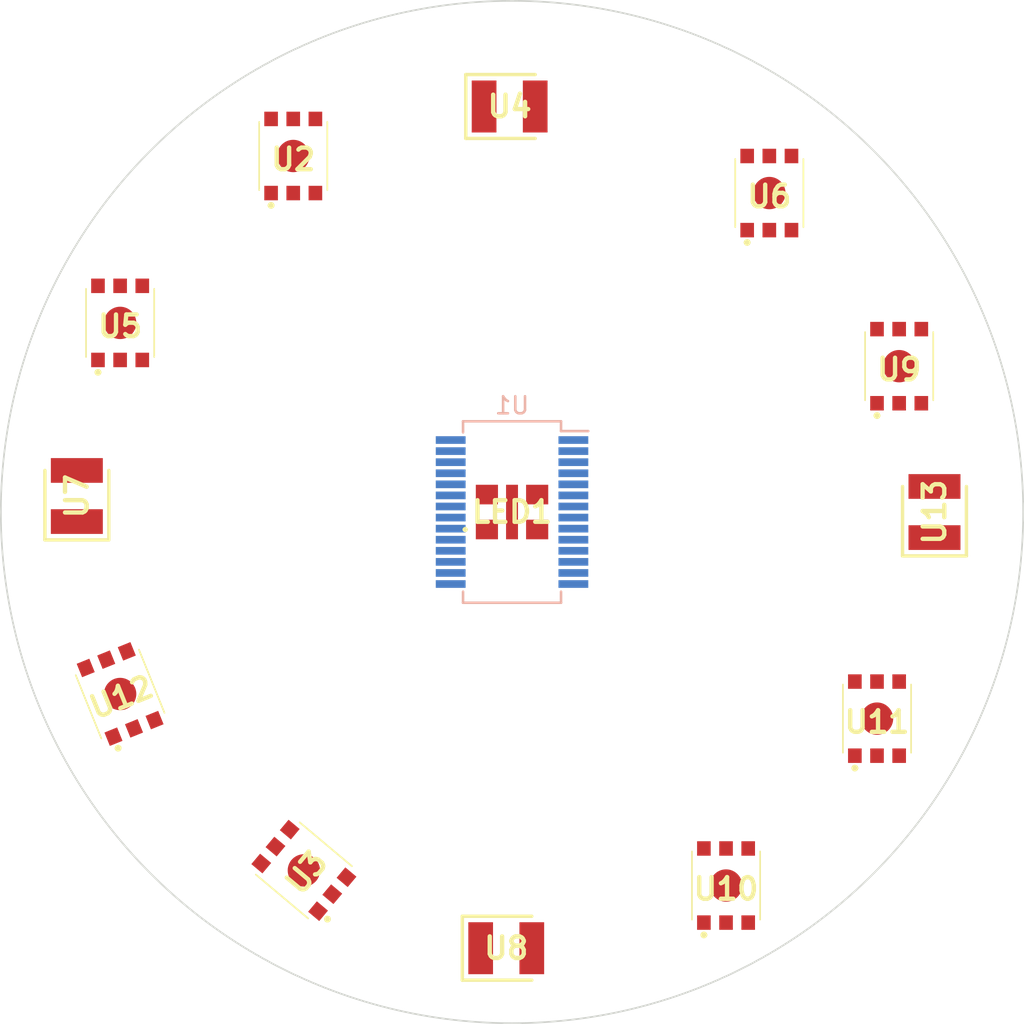
<source format=kicad_pcb>
(kicad_pcb (version 20211014) (generator pcbnew)
  (layers (0 "F.Cu" signal) (31 "B.Cu" signal) (34 "B.Paste" user) (35 "F.Paste" user) (36 "B.SilkS" user "B.Silkscreen") (37 "F.SilkS" user "F.Silkscreen") (38 "B.Mask" user) (39 "F.Mask" user) (44 "Edge.Cuts" user))
  (net 0 "")
  (net 10 "GND")
  (net 11 "Net-(U2-Pad4)")
  (net 12 "Net-(U2-Pad5)")
  (net 13 "Net-(U2-Pad6)")
  (net 14 "Net-(U4-Pad1)")
  (net 15 "Net-(U9-Pad4)")
  (net 16 "Net-(U9-Pad5)")
  (net 17 "Net-(U9-Pad6)")
  (net 18 "Net-(U10-Pad1)")
  (net 19 "Net-(U10-Pad2)")
  (net 20 "Net-(U12-Pad4)")
  (net 22 "/LED Array/White A")
  (net 23 "/LED Array/Blue A")
  (net 24 "/LED Array/Green A")
  (net 25 "/LED Array/Red A")
  (net 26 "/LED Array/UV A")
  (net 39 "Net-(U3-Pad1)")
  (net 40 "Net-(U3-Pad2)")
  (net 41 "Net-(U3-Pad3)")
  (net 43 "Net-(U13-Pad1)")
  (footprint "SamacSys_Parts:LEDC3228X190M" (layer "F.Cu") (at 149.86 76.2)
    (fp_text reference "U4" (at 0 0) (layer "F.SilkS") (effects (font (size 1.27 1.27) (thickness 0.254))))
    (fp_text value "VLMU3100-GS08" hide)
    (fp_line (start -2.575 -1.875) (end -2.575 1.875) (layer "F.SilkS") (width 0.2))
    (fp_line (start 1.5 -1.875) (end -2.575 -1.875) (layer "F.SilkS") (width 0.2))
    (fp_line (start -2.575 1.875) (end 1.5 1.875) (layer "F.SilkS") (width 0.2))
    (pad "1" smd rect locked (at -1.5 0) (size 1.45 3.05) (layers "F.Cu" "F.Paste" "F.Mask") (net 14 "Net-(U4-Pad1)"))
    (pad "2" smd rect locked (at 1.5 0) (size 1.45 3.05) (layers "F.Cu" "F.Paste" "F.Mask") (net 26 "/LED Array/UV A"))
  )
  (footprint "SamacSys_Parts:ASMGPT0000001" (layer "F.Cu") (at 162.56 121.92)
    (fp_text reference "U10" (at 0 0.2) (layer "F.SilkS") (effects (font (size 1.27 1.27) (thickness 0.254))))
    (fp_text value "ASMG-PT00-00001" hide)
    (fp_line (start -1.2 2.9) (end -1.2 2.9) (layer "F.SilkS") (width 0.2))
    (fp_line (start -2 -2) (end -2 2) (layer "F.SilkS") (width 0.1))
    (fp_line (start 2 -2) (end 2 2) (layer "F.SilkS") (width 0.1))
    (fp_line (start -1.4 2.9) (end -1.4 2.9) (layer "F.SilkS") (width 0.2))
    (fp_arc (start -1.2 2.9) (mid -1.3 3) (end -1.4 2.9) (layer "F.SilkS") (width 0.2))
    (fp_arc (start -1.4 2.9) (mid -1.3 2.8) (end -1.2 2.9) (layer "F.SilkS") (width 0.2))
    (pad "1" smd rect locked (at -1.3 2.175) (size 0.8 0.85) (layers "F.Cu" "F.Paste" "F.Mask") (net 18 "Net-(U10-Pad1)"))
    (pad "2" smd rect locked (at 0 2.175) (size 0.8 0.85) (layers "F.Cu" "F.Paste" "F.Mask") (net 19 "Net-(U10-Pad2)"))
    (pad "3" smd rect locked (at 1.3 2.175) (size 0.8 0.85) (layers "F.Cu" "F.Paste" "F.Mask") (net 20 "Net-(U12-Pad4)"))
    (pad "4" smd rect locked (at 1.3 -2.175) (size 0.8 0.85) (layers "F.Cu" "F.Paste" "F.Mask") (net 10 "GND"))
    (pad "5" smd rect locked (at 0 -2.175) (size 0.8 0.85) (layers "F.Cu" "F.Paste" "F.Mask") (net 10 "GND"))
    (pad "6" smd rect locked (at -1.3 -2.175) (size 0.8 0.85) (layers "F.Cu" "F.Paste" "F.Mask") (net 10 "GND"))
    (pad "7" smd circle locked (at 0 0 90) (size 1.9 1.9) (layers "F.Cu" "F.Paste" "F.Mask") (net 10 "GND"))
  )
  (footprint "SamacSys_Parts:ASMGPT0000001" (layer "F.Cu") (at 137.784001 121.031179 50)
    (fp_text reference "U3" (at 0 0.2 50) (layer "F.SilkS") (effects (font (size 1.27 1.27) (thickness 0.254))))
    (fp_text value "ASMG-PT00-00001" hide)
    (fp_line (start -1.4 2.9) (end -1.4 2.9) (layer "F.SilkS") (width 0.2))
    (fp_line (start 2 -2) (end 2 2) (layer "F.SilkS") (width 0.1))
    (fp_line (start -1.2 2.9) (end -1.2 2.9) (layer "F.SilkS") (width 0.2))
    (fp_line (start -2 -2) (end -2 2) (layer "F.SilkS") (width 0.1))
    (fp_arc (start -1.4 2.9) (mid -1.3 2.8) (end -1.2 2.9) (layer "F.SilkS") (width 0.2))
    (fp_arc (start -1.2 2.9) (mid -1.3 3) (end -1.4 2.9) (layer "F.SilkS") (width 0.2))
    (pad "1" smd rect locked (at -1.3 2.175 50) (size 0.8 0.85) (layers "F.Cu" "F.Paste" "F.Mask") (net 39 "Net-(U3-Pad1)"))
    (pad "2" smd rect locked (at 0 2.175 50) (size 0.8 0.85) (layers "F.Cu" "F.Paste" "F.Mask") (net 40 "Net-(U3-Pad2)"))
    (pad "3" smd rect locked (at 1.3 2.175 50) (size 0.8 0.85) (layers "F.Cu" "F.Paste" "F.Mask") (net 41 "Net-(U3-Pad3)"))
    (pad "4" smd rect locked (at 1.3 -2.175 50) (size 0.8 0.85) (layers "F.Cu" "F.Paste" "F.Mask") (net 10 "GND"))
    (pad "5" smd rect locked (at 0 -2.175 50) (size 0.8 0.85) (layers "F.Cu" "F.Paste" "F.Mask") (net 10 "GND"))
    (pad "6" smd rect locked (at -1.3 -2.175 50) (size 0.8 0.85) (layers "F.Cu" "F.Paste" "F.Mask") (net 10 "GND"))
    (pad "7" smd circle locked (at 0 0 140) (size 1.9 1.9) (layers "F.Cu" "F.Paste" "F.Mask") (net 10 "GND"))
  )
  (footprint "SamacSys_Parts:LEDC3228X190M" (layer "F.Cu") (at 124.46 99.06 90)
    (fp_text reference "U7" (at 0 0 90) (layer "F.SilkS") (effects (font (size 1.27 1.27) (thickness 0.254))))
    (fp_text value "VLMU3100-GS08" hide)
    (fp_line (start -2.575 1.875) (end 1.5 1.875) (layer "F.SilkS") (width 0.2))
    (fp_line (start -2.575 -1.875) (end -2.575 1.875) (layer "F.SilkS") (width 0.2))
    (fp_line (start 1.5 -1.875) (end -2.575 -1.875) (layer "F.SilkS") (width 0.2))
    (pad "1" smd rect locked (at -1.5 0 90) (size 1.45 3.05) (layers "F.Cu" "F.Paste" "F.Mask") (net 10 "GND"))
    (pad "2" smd rect locked (at 1.5 0 90) (size 1.45 3.05) (layers "F.Cu" "F.Paste" "F.Mask") (net 14 "Net-(U4-Pad1)"))
  )
  (footprint "SamacSys_Parts:ASMGPT0000001" (layer "F.Cu") (at 137.16 79.105)
    (fp_text reference "U2" (at 0 0.2) (layer "F.SilkS") (effects (font (size 1.27 1.27) (thickness 0.254))))
    (fp_text value "ASMG-PT00-00001" hide)
    (fp_line (start 2 -2) (end 2 2) (layer "F.SilkS") (width 0.1))
    (fp_line (start -1.2 2.9) (end -1.2 2.9) (layer "F.SilkS") (width 0.2))
    (fp_line (start -1.4 2.9) (end -1.4 2.9) (layer "F.SilkS") (width 0.2))
    (fp_line (start -2 -2) (end -2 2) (layer "F.SilkS") (width 0.1))
    (fp_arc (start -1.2 2.9) (mid -1.3 3) (end -1.4 2.9) (layer "F.SilkS") (width 0.2))
    (fp_arc (start -1.4 2.9) (mid -1.3 2.8) (end -1.2 2.9) (layer "F.SilkS") (width 0.2))
    (pad "1" smd rect locked (at -1.3 2.175) (size 0.8 0.85) (layers "F.Cu" "F.Paste" "F.Mask") (net 25 "/LED Array/Red A"))
    (pad "2" smd rect locked (at 0 2.175) (size 0.8 0.85) (layers "F.Cu" "F.Paste" "F.Mask") (net 24 "/LED Array/Green A"))
    (pad "3" smd rect locked (at 1.3 2.175) (size 0.8 0.85) (layers "F.Cu" "F.Paste" "F.Mask") (net 23 "/LED Array/Blue A"))
    (pad "4" smd rect locked (at 1.3 -2.175) (size 0.8 0.85) (layers "F.Cu" "F.Paste" "F.Mask") (net 11 "Net-(U2-Pad4)"))
    (pad "5" smd rect locked (at 0 -2.175) (size 0.8 0.85) (layers "F.Cu" "F.Paste" "F.Mask") (net 12 "Net-(U2-Pad5)"))
    (pad "6" smd rect locked (at -1.3 -2.175) (size 0.8 0.85) (layers "F.Cu" "F.Paste" "F.Mask") (net 13 "Net-(U2-Pad6)"))
    (pad "7" smd circle locked (at 0 0 90) (size 1.9 1.9) (layers "F.Cu" "F.Paste" "F.Mask") (net 10 "GND"))
  )
  (footprint "SamacSys_Parts:ASMGPT0000001" (layer "F.Cu") (at 127 110.68 22)
    (fp_text reference "U12" (at 0 0.2 22) (layer "F.SilkS") (effects (font (size 1.27 1.27) (thickness 0.254))))
    (fp_text value "ASMG-PT00-00001" hide)
    (fp_line (start -2 -2) (end -2 2) (layer "F.SilkS") (width 0.1))
    (fp_line (start 2 -2) (end 2 2) (layer "F.SilkS") (width 0.1))
    (fp_line (start -1.4 2.9) (end -1.4 2.9) (layer "F.SilkS") (width 0.2))
    (fp_line (start -1.2 2.9) (end -1.2 2.9) (layer "F.SilkS") (width 0.2))
    (fp_arc (start -1.4 2.9) (mid -1.3 2.8) (end -1.2 2.9) (layer "F.SilkS") (width 0.2))
    (fp_arc (start -1.2 2.9) (mid -1.3 3) (end -1.4 2.9) (layer "F.SilkS") (width 0.2))
    (pad "1" smd rect locked (at -1.3 2.175 22) (size 0.8 0.85) (layers "F.Cu" "F.Paste" "F.Mask") (net 25 "/LED Array/Red A"))
    (pad "2" smd rect locked (at 0 2.175 22) (size 0.8 0.85) (layers "F.Cu" "F.Paste" "F.Mask") (net 24 "/LED Array/Green A"))
    (pad "3" smd rect locked (at 1.3 2.175 22) (size 0.8 0.85) (layers "F.Cu" "F.Paste" "F.Mask") (net 23 "/LED Array/Blue A"))
    (pad "4" smd rect locked (at 1.3 -2.175 22) (size 0.8 0.85) (layers "F.Cu" "F.Paste" "F.Mask") (net 20 "Net-(U12-Pad4)"))
    (pad "5" smd rect locked (at 0 -2.175 22) (size 0.8 0.85) (layers "F.Cu" "F.Paste" "F.Mask") (net 19 "Net-(U10-Pad2)"))
    (pad "6" smd rect locked (at -1.3 -2.175 22) (size 0.8 0.85) (layers "F.Cu" "F.Paste" "F.Mask") (net 18 "Net-(U10-Pad1)"))
    (pad "7" smd circle locked (at 0 0 112) (size 1.9 1.9) (layers "F.Cu" "F.Paste" "F.Mask"))
  )
  (footprint "SamacSys_Parts:ASMGPT0000001" (layer "F.Cu") (at 172.72 91.44)
    (fp_text reference "U9" (at 0 0.2) (layer "F.SilkS") (effects (font (size 1.27 1.27) (thickness 0.254))))
    (fp_text value "ASMG-PT00-00001" hide)
    (fp_line (start 2 -2) (end 2 2) (layer "F.SilkS") (width 0.1))
    (fp_line (start -1.2 2.9) (end -1.2 2.9) (layer "F.SilkS") (width 0.2))
    (fp_line (start -2 -2) (end -2 2) (layer "F.SilkS") (width 0.1))
    (fp_line (start -1.4 2.9) (end -1.4 2.9) (layer "F.SilkS") (width 0.2))
    (fp_arc (start -1.4 2.9) (mid -1.3 2.8) (end -1.2 2.9) (layer "F.SilkS") (width 0.2))
    (fp_arc (start -1.2 2.9) (mid -1.3 3) (end -1.4 2.9) (layer "F.SilkS") (width 0.2))
    (pad "1" smd rect locked (at -1.3 2.175) (size 0.8 0.85) (layers "F.Cu" "F.Paste" "F.Mask") (net 25 "/LED Array/Red A"))
    (pad "2" smd rect locked (at 0 2.175) (size 0.8 0.85) (layers "F.Cu" "F.Paste" "F.Mask") (net 24 "/LED Array/Green A"))
    (pad "3" smd rect locked (at 1.3 2.175) (size 0.8 0.85) (layers "F.Cu" "F.Paste" "F.Mask") (net 23 "/LED Array/Blue A"))
    (pad "4" smd rect locked (at 1.3 -2.175) (size 0.8 0.85) (layers "F.Cu" "F.Paste" "F.Mask") (net 15 "Net-(U9-Pad4)"))
    (pad "5" smd rect locked (at 0 -2.175) (size 0.8 0.85) (layers "F.Cu" "F.Paste" "F.Mask") (net 16 "Net-(U9-Pad5)"))
    (pad "6" smd rect locked (at -1.3 -2.175) (size 0.8 0.85) (layers "F.Cu" "F.Paste" "F.Mask") (net 17 "Net-(U9-Pad6)"))
    (pad "7" smd circle locked (at 0 0 90) (size 1.9 1.9) (layers "F.Cu" "F.Paste" "F.Mask"))
  )
  (footprint "SamacSys_Parts:ASMGPT0000001" (layer "F.Cu") (at 171.42 112.125)
    (fp_text reference "U11" (at 0 0.2) (layer "F.SilkS") (effects (font (size 1.27 1.27) (thickness 0.254))))
    (fp_text value "ASMG-PT00-00001" hide)
    (fp_line (start 2 -2) (end 2 2) (layer "F.SilkS") (width 0.1))
    (fp_line (start -1.4 2.9) (end -1.4 2.9) (layer "F.SilkS") (width 0.2))
    (fp_line (start -1.2 2.9) (end -1.2 2.9) (layer "F.SilkS") (width 0.2))
    (fp_line (start -2 -2) (end -2 2) (layer "F.SilkS") (width 0.1))
    (fp_arc (start -1.4 2.9) (mid -1.3 2.8) (end -1.2 2.9) (layer "F.SilkS") (width 0.2))
    (fp_arc (start -1.2 2.9) (mid -1.3 3) (end -1.4 2.9) (layer "F.SilkS") (width 0.2))
    (pad "1" smd rect locked (at -1.3 2.175) (size 0.8 0.85) (layers "F.Cu" "F.Paste" "F.Mask") (net 17 "Net-(U9-Pad6)"))
    (pad "2" smd rect locked (at 0 2.175) (size 0.8 0.85) (layers "F.Cu" "F.Paste" "F.Mask") (net 16 "Net-(U9-Pad5)"))
    (pad "3" smd rect locked (at 1.3 2.175) (size 0.8 0.85) (layers "F.Cu" "F.Paste" "F.Mask") (net 15 "Net-(U9-Pad4)"))
    (pad "4" smd rect locked (at 1.3 -2.175) (size 0.8 0.85) (layers "F.Cu" "F.Paste" "F.Mask") (net 10 "GND"))
    (pad "5" smd rect locked (at 0 -2.175) (size 0.8 0.85) (layers "F.Cu" "F.Paste" "F.Mask") (net 10 "GND"))
    (pad "6" smd rect locked (at -1.3 -2.175) (size 0.8 0.85) (layers "F.Cu" "F.Paste" "F.Mask") (net 10 "GND"))
    (pad "7" smd circle locked (at 0 0 90) (size 1.9 1.9) (layers "F.Cu" "F.Paste" "F.Mask") (net 10 "GND"))
  )
  (footprint "SamacSys_Parts:LEDC3228X190M" (layer "F.Cu") (at 174.793 100 90)
    (fp_text reference "U13" (at 0 0 90) (layer "F.SilkS") (effects (font (size 1.27 1.27) (thickness 0.254))))
    (fp_text value "VLMU3100-GS08" hide)
    (fp_line (start 1.5 -1.875) (end -2.575 -1.875) (layer "F.SilkS") (width 0.2))
    (fp_line (start -2.575 1.875) (end 1.5 1.875) (layer "F.SilkS") (width 0.2))
    (fp_line (start -2.575 -1.875) (end -2.575 1.875) (layer "F.SilkS") (width 0.2))
    (pad "1" smd rect locked (at -1.5 0 90) (size 1.45 3.05) (layers "F.Cu" "F.Paste" "F.Mask") (net 43 "Net-(U13-Pad1)"))
    (pad "2" smd rect locked (at 1.5 0 90) (size 1.45 3.05) (layers "F.Cu" "F.Paste" "F.Mask") (net 26 "/LED Array/UV A"))
  )
  (footprint "SamacSys_Parts:LEDC3228X190M" (layer "F.Cu") (at 149.6595 125.5985)
    (fp_text reference "U8" (at 0 0) (layer "F.SilkS") (effects (font (size 1.27 1.27) (thickness 0.254))))
    (fp_text value "VLMU3100-GS08" hide)
    (fp_line (start 1.5 -1.875) (end -2.575 -1.875) (layer "F.SilkS") (width 0.2))
    (fp_line (start -2.575 1.875) (end 1.5 1.875) (layer "F.SilkS") (width 0.2))
    (fp_line (start -2.575 -1.875) (end -2.575 1.875) (layer "F.SilkS") (width 0.2))
    (pad "1" smd rect locked (at -1.5 0) (size 1.45 3.05) (layers "F.Cu" "F.Paste" "F.Mask") (net 10 "GND"))
    (pad "2" smd rect locked (at 1.5 0) (size 1.45 3.05) (layers "F.Cu" "F.Paste" "F.Mask") (net 43 "Net-(U13-Pad1)"))
  )
  (footprint "SamacSys_Parts:ASMGPT0000001" (layer "F.Cu") (at 165.1 81.28)
    (fp_text reference "U6" (at 0 0.2) (layer "F.SilkS") (effects (font (size 1.27 1.27) (thickness 0.254))))
    (fp_text value "ASMG-PT00-00001" hide)
    (fp_line (start -2 -2) (end -2 2) (layer "F.SilkS") (width 0.1))
    (fp_line (start -1.4 2.9) (end -1.4 2.9) (layer "F.SilkS") (width 0.2))
    (fp_line (start 2 -2) (end 2 2) (layer "F.SilkS") (width 0.1))
    (fp_line (start -1.2 2.9) (end -1.2 2.9) (layer "F.SilkS") (width 0.2))
    (fp_arc (start -1.4 2.9) (mid -1.3 2.8) (end -1.2 2.9) (layer "F.SilkS") (width 0.2))
    (fp_arc (start -1.2 2.9) (mid -1.3 3) (end -1.4 2.9) (layer "F.SilkS") (width 0.2))
    (pad "1" smd rect locked (at -1.3 2.175) (size 0.8 0.85) (layers "F.Cu" "F.Paste" "F.Mask") (net 13 "Net-(U2-Pad6)"))
    (pad "2" smd rect locked (at 0 2.175) (size 0.8 0.85) (layers "F.Cu" "F.Paste" "F.Mask") (net 12 "Net-(U2-Pad5)"))
    (pad "3" smd rect locked (at 1.3 2.175) (size 0.8 0.85) (layers "F.Cu" "F.Paste" "F.Mask"))
    (pad "4" smd rect locked (at 1.3 -2.175) (size 0.8 0.85) (layers "F.Cu" "F.Paste" "F.Mask") (net 11 "Net-(U2-Pad4)"))
    (pad "5" smd rect locked (at 0 -2.175) (size 0.8 0.85) (layers "F.Cu" "F.Paste" "F.Mask") (net 10 "GND"))
    (pad "6" smd rect locked (at -1.3 -2.175) (size 0.8 0.85) (layers "F.Cu" "F.Paste" "F.Mask") (net 10 "GND"))
    (pad "7" smd circle locked (at 0 0 90) (size 1.9 1.9) (layers "F.Cu" "F.Paste" "F.Mask") (net 10 "GND"))
  )
  (footprint "SamacSys_Parts:ASMGPT0000001" (layer "F.Cu") (at 127 88.9)
    (fp_text reference "U5" (at 0 0.2) (layer "F.SilkS") (effects (font (size 1.27 1.27) (thickness 0.254))))
    (fp_text value "ASMG-PT00-00001" hide)
    (fp_line (start -2 -2) (end -2 2) (layer "F.SilkS") (width 0.1))
    (fp_line (start -1.4 2.9) (end -1.4 2.9) (layer "F.SilkS") (width 0.2))
    (fp_line (start 2 -2) (end 2 2) (layer "F.SilkS") (width 0.1))
    (fp_line (start -1.2 2.9) (end -1.2 2.9) (layer "F.SilkS") (width 0.2))
    (fp_arc (start -1.2 2.9) (mid -1.3 3) (end -1.4 2.9) (layer "F.SilkS") (width 0.2))
    (fp_arc (start -1.4 2.9) (mid -1.3 2.8) (end -1.2 2.9) (layer "F.SilkS") (width 0.2))
    (pad "1" smd rect locked (at -1.3 2.175) (size 0.8 0.85) (layers "F.Cu" "F.Paste" "F.Mask") (net 25 "/LED Array/Red A"))
    (pad "2" smd rect locked (at 0 2.175) (size 0.8 0.85) (layers "F.Cu" "F.Paste" "F.Mask") (net 24 "/LED Array/Green A"))
    (pad "3" smd rect locked (at 1.3 2.175) (size 0.8 0.85) (layers "F.Cu" "F.Paste" "F.Mask") (net 23 "/LED Array/Blue A"))
    (pad "4" smd rect locked (at 1.3 -2.175) (size 0.8 0.85) (layers "F.Cu" "F.Paste" "F.Mask") (net 41 "Net-(U3-Pad3)"))
    (pad "5" smd rect locked (at 0 -2.175) (size 0.8 0.85) (layers "F.Cu" "F.Paste" "F.Mask") (net 40 "Net-(U3-Pad2)"))
    (pad "6" smd rect locked (at -1.3 -2.175) (size 0.8 0.85) (layers "F.Cu" "F.Paste" "F.Mask") (net 39 "Net-(U3-Pad1)"))
    (pad "7" smd circle locked (at 0 0 90) (size 1.9 1.9) (layers "F.Cu" "F.Paste" "F.Mask") (net 10 "GND"))
  )
  (footprint "SamacSys_Parts:MLBAWTA10000000W51" (layer "F.Cu") (at 150 100)
    (fp_text reference "LED1" (at 0 0) (layer "F.SilkS") (effects (font (size 1.27 1.27) (thickness 0.254))))
    (fp_text value "MLBAWT-A1-0000-000W51" hide)
    (fp_line (start -2.8 1.025) (end -2.8 1.025) (layer "F.SilkS") (width 0.2))
    (fp_line (start -2.8 1.025) (end -2.8 1.025) (layer "F.SilkS") (width 0.2))
    (fp_line (start -2.7 1.025) (end -2.7 1.025) (layer "F.SilkS") (width 0.2))
    (fp_arc (start -2.7 1.025) (mid -2.75 1.075) (end -2.8 1.025) (layer "F.SilkS") (width 0.2))
    (fp_arc (start -2.7 1.025) (mid -2.75 1.075) (end -2.8 1.025) (layer "F.SilkS") (width 0.2))
    (fp_arc (start -2.8 1.025) (mid -2.75 0.975) (end -2.7 1.025) (layer "F.SilkS") (width 0.2))
    (pad "1" smd rect locked (at -1.475 1.025 90) (size 1.15 1.3) (layers "F.Cu" "F.Paste" "F.Mask") (net 22 "/LED Array/White A"))
    (pad "2" smd rect locked (at 1.475 1.025 90) (size 1.15 1.3) (layers "F.Cu" "F.Paste" "F.Mask") (net 10 "GND"))
    (pad "3" smd rect locked (at 1.475 -1.025 90) (size 1.15 1.3) (layers "F.Cu" "F.Paste" "F.Mask") (net 10 "GND"))
    (pad "4" smd rect locked (at -1.475 -1.025 90) (size 1.15 1.3) (layers "F.Cu" "F.Paste" "F.Mask") (net 22 "/LED Array/White A"))
    (pad "5" smd rect locked (at 0 0) (size 0.7 3.2) (layers "F.Cu" "F.Paste" "F.Mask") (net 10 "GND"))
  )
  (footprint "Package_SO:SSOP-28_5.3x10.2mm_P0.65mm" (layer "B.Cu") (at 150 100 180)
    (fp_text reference "U1" (at 0 6.25) (layer "B.SilkS") (effects (justify mirror)))
    (fp_text value "ATmega3208-X")
    (fp_line (start -2.875 5.325) (end -2.875 4.75) (layer "B.SilkS") (width 0.15))
    (fp_line (start -2.875 4.75) (end -4.475 4.75) (layer "B.SilkS") (width 0.15))
    (fp_line (start -2.875 -5.325) (end 2.875 -5.325) (layer "B.SilkS") (width 0.15))
    (fp_line (start -2.875 -5.325) (end -2.875 -4.675) (layer "B.SilkS") (width 0.15))
    (fp_line (start 2.875 -5.325) (end 2.875 -4.675) (layer "B.SilkS") (width 0.15))
    (fp_line (start -2.875 5.325) (end 2.875 5.325) (layer "B.SilkS") (width 0.15))
    (fp_line (start 2.875 5.325) (end 2.875 4.675) (layer "B.SilkS") (width 0.15))
    (pad "1" smd rect (at -3.6 4.225 180) (size 1.75 0.45) (layers "B.Cu" "B.Paste" "B.Mask"))
    (pad "2" smd rect (at -3.6 3.575 180) (size 1.75 0.45) (layers "B.Cu" "B.Paste" "B.Mask"))
    (pad "3" smd rect (at -3.6 2.925 180) (size 1.75 0.45) (layers "B.Cu" "B.Paste" "B.Mask"))
    (pad "4" smd rect (at -3.6 2.275 180) (size 1.75 0.45) (layers "B.Cu" "B.Paste" "B.Mask"))
    (pad "5" smd rect (at -3.6 1.625 180) (size 1.75 0.45) (layers "B.Cu" "B.Paste" "B.Mask"))
    (pad "6" smd rect (at -3.6 0.975 180) (size 1.75 0.45) (layers "B.Cu" "B.Paste" "B.Mask") (net 23 "/LED Array/Blue A"))
    (pad "7" smd rect (at -3.6 0.325 180) (size 1.75 0.45) (layers "B.Cu" "B.Paste" "B.Mask") (net 24 "/LED Array/Green A"))
    (pad "8" smd rect (at -3.6 -0.325 180) (size 1.75 0.45) (layers "B.Cu" "B.Paste" "B.Mask") (net 25 "/LED Array/Red A"))
    (pad "9" smd rect (at -3.6 -0.975 180) (size 1.75 0.45) (layers "B.Cu" "B.Paste" "B.Mask") (net 22 "/LED Array/White A"))
    (pad "10" smd rect (at -3.6 -1.625 180) (size 1.75 0.45) (layers "B.Cu" "B.Paste" "B.Mask") (net 26 "/LED Array/UV A"))
    (pad "11" smd rect (at -3.6 -2.275 180) (size 1.75 0.45) (layers "B.Cu" "B.Paste" "B.Mask"))
    (pad "12" smd rect (at -3.6 -2.925 180) (size 1.75 0.45) (layers "B.Cu" "B.Paste" "B.Mask"))
    (pad "13" smd rect (at -3.6 -3.575 180) (size 1.75 0.45) (layers "B.Cu" "B.Paste" "B.Mask"))
    (pad "14" smd rect (at -3.6 -4.225 180) (size 1.75 0.45) (layers "B.Cu" "B.Paste" "B.Mask"))
    (pad "15" smd rect (at 3.6 -4.225 180) (size 1.75 0.45) (layers "B.Cu" "B.Paste" "B.Mask") (net 10 "GND"))
    (pad "16" smd rect (at 3.6 -3.575 180) (size 1.75 0.45) (layers "B.Cu" "B.Paste" "B.Mask"))
    (pad "17" smd rect (at 3.6 -2.925 180) (size 1.75 0.45) (layers "B.Cu" "B.Paste" "B.Mask"))
    (pad "18" smd rect (at 3.6 -2.275 180) (size 1.75 0.45) (layers "B.Cu" "B.Paste" "B.Mask"))
    (pad "19" smd rect (at 3.6 -1.625 180) (size 1.75 0.45) (layers "B.Cu" "B.Paste" "B.Mask"))
    (pad "20" smd rect (at 3.6 -0.975 180) (size 1.75 0.45) (layers "B.Cu" "B.Paste" "B.Mask"))
    (pad "21" smd rect (at 3.6 -0.325 180) (size 1.75 0.45) (layers "B.Cu" "B.Paste" "B.Mask") (net 10 "GND"))
    (pad "22" smd rect (at 3.6 0.325 180) (size 1.75 0.45) (layers "B.Cu" "B.Paste" "B.Mask"))
    (pad "23" smd rect (at 3.6 0.975 180) (size 1.75 0.45) (layers "B.Cu" "B.Paste" "B.Mask"))
    (pad "24" smd rect (at 3.6 1.625 180) (size 1.75 0.45) (layers "B.Cu" "B.Paste" "B.Mask"))
    (pad "25" smd rect (at 3.6 2.275 180) (size 1.75 0.45) (layers "B.Cu" "B.Paste" "B.Mask"))
    (pad "26" smd rect (at 3.6 2.925 180) (size 1.75 0.45) (layers "B.Cu" "B.Paste" "B.Mask"))
    (pad "27" smd rect (at 3.6 3.575 180) (size 1.75 0.45) (layers "B.Cu" "B.Paste" "B.Mask"))
    (pad "28" smd rect (at 3.6 4.225 180) (size 1.75 0.45) (layers "B.Cu" "B.Paste" "B.Mask"))
  )
  (gr_circle locked (center 150 100) (end 180 100) (layer "Edge.Cuts") (width 0.1) (fill none))
)
</source>
